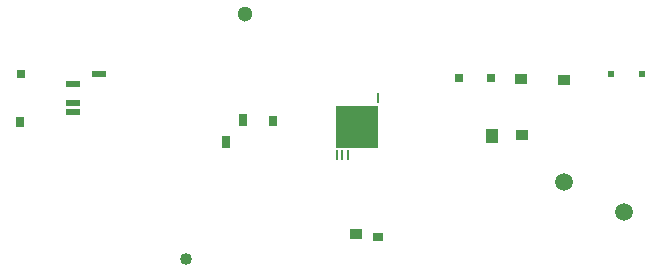
<source format=gbp>
G04*
G04 #@! TF.GenerationSoftware,Altium Limited,Altium Designer,23.0.1 (38)*
G04*
G04 Layer_Color=128*
%FSLAX43Y43*%
%MOMM*%
G71*
G04*
G04 #@! TF.SameCoordinates,06591997-4E22-4AB0-80C0-D558F8CFEC8B*
G04*
G04*
G04 #@! TF.FilePolarity,Positive*
G04*
G01*
G75*
%ADD14R,0.800X1.000*%
%ADD16R,1.145X0.550*%
%ADD18R,0.250X0.850*%
%ADD23R,0.750X0.900*%
%ADD24R,0.700X0.650*%
%ADD25R,1.100X0.950*%
%ADD26R,1.012X1.208*%
%ADD27R,1.050X0.950*%
%ADD28R,0.700X0.650*%
%ADD29R,0.759X0.812*%
%ADD30R,0.520X0.520*%
%ADD31R,0.700X0.700*%
%ADD32C,1.016*%
%ADD33R,0.812X0.759*%
%ADD47C,1.300*%
%ADD48C,1.500*%
%ADD51R,3.600X3.600*%
D14*
X50862Y108574D02*
D03*
X52262Y110374D02*
D03*
D16*
X37891Y113468D02*
D03*
Y111868D02*
D03*
Y111068D02*
D03*
X40086Y114268D02*
D03*
D18*
X63726Y112305D02*
D03*
X61226Y107405D02*
D03*
X60726D02*
D03*
X60226D02*
D03*
D23*
X33436Y110236D02*
D03*
D24*
X33513Y114300D02*
D03*
D25*
X61849Y100785D02*
D03*
D26*
X73406Y109013D02*
D03*
D27*
X75946Y109167D02*
D03*
X79502Y113829D02*
D03*
X75819Y113866D02*
D03*
D28*
X70612Y114006D02*
D03*
D29*
X54881Y110363D02*
D03*
D30*
X86106Y114262D02*
D03*
X83439Y114300D02*
D03*
D31*
X73279Y113981D02*
D03*
D32*
X47498Y98679D02*
D03*
D33*
X63762Y100474D02*
D03*
D47*
X52435Y119364D02*
D03*
D48*
X79502Y105156D02*
D03*
X84582Y102616D02*
D03*
D51*
X61976Y109855D02*
D03*
M02*

</source>
